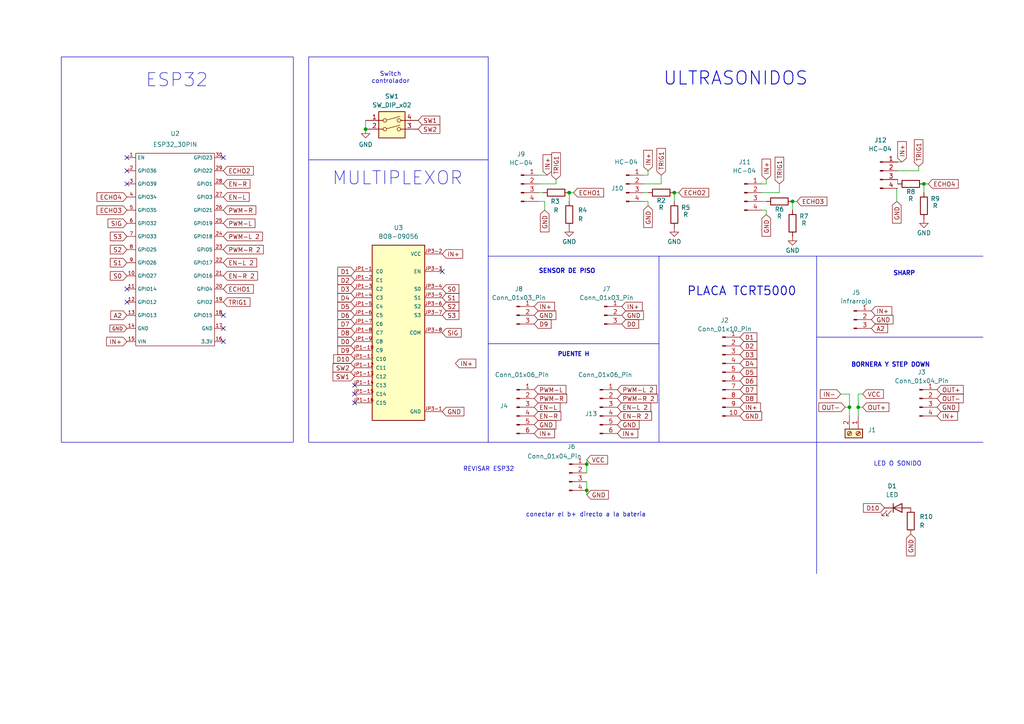
<source format=kicad_sch>
(kicad_sch (version 20250114) (generator "eeschema") (generator_version "9.0")
  (paper "A4")
  (lib_symbols
    (symbol "BOB-09056:BOB-09056" (pin_names (offset 1.016))
      (property "Reference" "U" (at -7.62 25.908 0))
      (property "Value" "BOB-09056" (at -7.62 -27.94 0))
      (symbol "BOB-09056_0_0"
        (rectangle (start -7.62 -25.4) (end 7.62 25.4) (stroke (width 0.254)) (fill (type background)))
        (pin input line (at -12.7 17.78 0) (length 5.08) (name "C0") (number "JP1-1"))
        (pin input line (at -12.7 15.24 0) (length 5.08) (name "C1") (number "JP1-2"))
        (pin input line (at -12.7 12.7 0) (length 5.08) (name "C2") (number "JP1-3"))
        (pin input line (at -12.7 10.16 0) (length 5.08) (name "C3") (number "JP1-4"))
        (pin input line (at -12.7 7.62 0) (length 5.08) (name "C4") (number "JP1-5"))
        (pin input line (at -12.7 5.08 0) (length 5.08) (name "C5") (number "JP1-6"))
        (pin input line (at -12.7 2.54 0) (length 5.08) (name "C6") (number "JP1-7"))
        (pin input line (at -12.7 0 0) (length 5.08) (name "C7") (number "JP1-8"))
        (pin input line (at -12.7 -2.54 0) (length 5.08) (name "C8") (number "JP1-9"))
        (pin input line (at -12.7 -5.08 0) (length 5.08) (name "C9") (number "JP1-10"))
        (pin input line (at -12.7 -7.62 0) (length 5.08) (name "C10") (number "JP1-11"))
        (pin input line (at -12.7 -10.16 0) (length 5.08) (name "C11") (number "JP1-12"))
        (pin input line (at -12.7 -12.7 0) (length 5.08) (name "C12") (number "JP1-13"))
        (pin input line (at -12.7 -15.24 0) (length 5.08) (name "C13") (number "JP1-14"))
        (pin input line (at -12.7 -17.78 0) (length 5.08) (name "C14") (number "JP1-15"))
        (pin input line (at -12.7 -20.32 0) (length 5.08) (name "C15") (number "JP1-16"))
        (pin power_in line (at 12.7 22.86 180) (length 5.08) (name "VCC") (number "JP3-2"))
        (pin input line (at 12.7 17.78 180) (length 5.08) (name "EN") (number "JP3-3"))
        (pin input line (at 12.7 12.7 180) (length 5.08) (name "S0") (number "JP3-4"))
        (pin input line (at 12.7 10.16 180) (length 5.08) (name "S1") (number "JP3-5"))
        (pin input line (at 12.7 7.62 180) (length 5.08) (name "S2") (number "JP3-6"))
        (pin input line (at 12.7 5.08 180) (length 5.08) (name "S3") (number "JP3-7"))
        (pin bidirectional line (at 12.7 0 180) (length 5.08) (name "COM") (number "JP3-8"))
        (pin power_in line (at 12.7 -22.86 180) (length 5.08) (name "GND") (number "JP3-1"))
      )
    )
    (symbol "Connector:Conn_01x03_Pin" (pin_names (offset 1.016) (hide yes))
      (property "Reference" "J" (at 0 5.08 0))
      (property "Value" "Conn_01x03_Pin" (at 0 -5.08 0))
      (symbol "Conn_01x03_Pin_1_1"
        (rectangle (start 0.8636 2.667) (end 0 2.413) (stroke (width 0.1524)) (fill (type outline)))
        (rectangle (start 0.8636 0.127) (end 0 -0.127) (stroke (width 0.1524)) (fill (type outline)))
        (rectangle (start 0.8636 -2.413) (end 0 -2.667) (stroke (width 0.1524)) (fill (type outline)))
        (polyline (pts (xy 1.27 2.54) (xy 0.8636 2.54)) (stroke (width 0.1524)))
        (polyline (pts (xy 1.27 0) (xy 0.8636 0)) (stroke (width 0.1524)))
        (polyline (pts (xy 1.27 -2.54) (xy 0.8636 -2.54)) (stroke (width 0.1524)))
        (pin passive line (at 5.08 2.54 180) (length 3.81) (name "Pin_1") (number "1"))
        (pin passive line (at 5.08 0 180) (length 3.81) (name "Pin_2") (number "2"))
        (pin passive line (at 5.08 -2.54 180) (length 3.81) (name "Pin_3") (number "3"))
      )
    )
    (symbol "Connector:Conn_01x04_Male" (pin_names (offset 1.016) (hide yes))
      (property "Reference" "J" (at 0 5.08 0))
      (property "Value" "Conn_01x04_Male" (at 0 -7.62 0))
      (symbol "Conn_01x04_Male_1_1"
        (rectangle (start 0.8636 2.667) (end 0 2.413) (stroke (width 0.1524)) (fill (type outline)))
        (rectangle (start 0.8636 0.127) (end 0 -0.127) (stroke (width 0.1524)) (fill (type outline)))
        (rectangle (start 0.8636 -2.413) (end 0 -2.667) (stroke (width 0.1524)) (fill (type outline)))
        (rectangle (start 0.8636 -4.953) (end 0 -5.207) (stroke (width 0.1524)) (fill (type outline)))
        (polyline (pts (xy 1.27 2.54) (xy 0.8636 2.54)) (stroke (width 0.1524)))
        (polyline (pts (xy 1.27 0) (xy 0.8636 0)) (stroke (width 0.1524)))
        (polyline (pts (xy 1.27 -2.54) (xy 0.8636 -2.54)) (stroke (width 0.1524)))
        (polyline (pts (xy 1.27 -5.08) (xy 0.8636 -5.08)) (stroke (width 0.1524)))
        (pin passive line (at 5.08 2.54 180) (length 3.81) (name "Pin_1") (number "1"))
        (pin passive line (at 5.08 0 180) (length 3.81) (name "Pin_2") (number "2"))
        (pin passive line (at 5.08 -2.54 180) (length 3.81) (name "Pin_3") (number "3"))
        (pin passive line (at 5.08 -5.08 180) (length 3.81) (name "Pin_4") (number "4"))
      )
    )
    (symbol "Connector:Conn_01x04_Pin" (pin_names (offset 1.016) (hide yes))
      (property "Reference" "J" (at 0 5.08 0))
      (property "Value" "Conn_01x04_Pin" (at 0 -7.62 0))
      (symbol "Conn_01x04_Pin_1_1"
        (rectangle (start 0.8636 2.667) (end 0 2.413) (stroke (width 0.1524)) (fill (type outline)))
        (rectangle (start 0.8636 0.127) (end 0 -0.127) (stroke (width 0.1524)) (fill (type outline)))
        (rectangle (start 0.8636 -2.413) (end 0 -2.667) (stroke (width 0.1524)) (fill (type outline)))
        (rectangle (start 0.8636 -4.953) (end 0 -5.207) (stroke (width 0.1524)) (fill (type outline)))
        (polyline (pts (xy 1.27 2.54) (xy 0.8636 2.54)) (stroke (width 0.1524)))
        (polyline (pts (xy 1.27 0) (xy 0.8636 0)) (stroke (width 0.1524)))
        (polyline (pts (xy 1.27 -2.54) (xy 0.8636 -2.54)) (stroke (width 0.1524)))
        (polyline (pts (xy 1.27 -5.08) (xy 0.8636 -5.08)) (stroke (width 0.1524)))
        (pin passive line (at 5.08 2.54 180) (length 3.81) (name "Pin_1") (number "1"))
        (pin passive line (at 5.08 0 180) (length 3.81) (name "Pin_2") (number "2"))
        (pin passive line (at 5.08 -2.54 180) (length 3.81) (name "Pin_3") (number "3"))
        (pin passive line (at 5.08 -5.08 180) (length 3.81) (name "Pin_4") (number "4"))
      )
    )
    (symbol "Connector:Conn_01x06_Pin" (pin_names (offset 1.016) (hide yes))
      (property "Reference" "J" (at 0 7.62 0))
      (property "Value" "Conn_01x06_Pin" (at 0 -10.16 0))
      (symbol "Conn_01x06_Pin_1_1"
        (rectangle (start 0.8636 5.207) (end 0 4.953) (stroke (width 0.1524)) (fill (type outline)))
        (rectangle (start 0.8636 2.667) (end 0 2.413) (stroke (width 0.1524)) (fill (type outline)))
        (rectangle (start 0.8636 0.127) (end 0 -0.127) (stroke (width 0.1524)) (fill (type outline)))
        (rectangle (start 0.8636 -2.413) (end 0 -2.667) (stroke (width 0.1524)) (fill (type outline)))
        (rectangle (start 0.8636 -4.953) (end 0 -5.207) (stroke (width 0.1524)) (fill (type outline)))
        (rectangle (start 0.8636 -7.493) (end 0 -7.747) (stroke (width 0.1524)) (fill (type outline)))
        (polyline (pts (xy 1.27 5.08) (xy 0.8636 5.08)) (stroke (width 0.1524)))
        (polyline (pts (xy 1.27 2.54) (xy 0.8636 2.54)) (stroke (width 0.1524)))
        (polyline (pts (xy 1.27 0) (xy 0.8636 0)) (stroke (width 0.1524)))
        (polyline (pts (xy 1.27 -2.54) (xy 0.8636 -2.54)) (stroke (width 0.1524)))
        (polyline (pts (xy 1.27 -5.08) (xy 0.8636 -5.08)) (stroke (width 0.1524)))
        (polyline (pts (xy 1.27 -7.62) (xy 0.8636 -7.62)) (stroke (width 0.1524)))
        (pin passive line (at 5.08 5.08 180) (length 3.81) (name "Pin_1") (number "1"))
        (pin passive line (at 5.08 2.54 180) (length 3.81) (name "Pin_2") (number "2"))
        (pin passive line (at 5.08 0 180) (length 3.81) (name "Pin_3") (number "3"))
        (pin passive line (at 5.08 -2.54 180) (length 3.81) (name "Pin_4") (number "4"))
        (pin passive line (at 5.08 -5.08 180) (length 3.81) (name "Pin_5") (number "5"))
        (pin passive line (at 5.08 -7.62 180) (length 3.81) (name "Pin_6") (number "6"))
      )
    )
    (symbol "Connector:Conn_01x10_Pin" (pin_names (offset 1.016) (hide yes))
      (property "Reference" "J" (at 0 12.7 0))
      (property "Value" "Conn_01x10_Pin" (at 0 -15.24 0))
      (symbol "Conn_01x10_Pin_1_1"
        (rectangle (start 0.8636 10.287) (end 0 10.033) (stroke (width 0.1524)) (fill (type outline)))
        (rectangle (start 0.8636 7.747) (end 0 7.493) (stroke (width 0.1524)) (fill (type outline)))
        (rectangle (start 0.8636 5.207) (end 0 4.953) (stroke (width 0.1524)) (fill (type outline)))
        (rectangle (start 0.8636 2.667) (end 0 2.413) (stroke (width 0.1524)) (fill (type outline)))
        (rectangle (start 0.8636 0.127) (end 0 -0.127) (stroke (width 0.1524)) (fill (type outline)))
        (rectangle (start 0.8636 -2.413) (end 0 -2.667) (stroke (width 0.1524)) (fill (type outline)))
        (rectangle (start 0.8636 -4.953) (end 0 -5.207) (stroke (width 0.1524)) (fill (type outline)))
        (rectangle (start 0.8636 -7.493) (end 0 -7.747) (stroke (width 0.1524)) (fill (type outline)))
        (rectangle (start 0.8636 -10.033) (end 0 -10.287) (stroke (width 0.1524)) (fill (type outline)))
        (rectangle (start 0.8636 -12.573) (end 0 -12.827) (stroke (width 0.1524)) (fill (type outline)))
        (polyline (pts (xy 1.27 10.16) (xy 0.8636 10.16)) (stroke (width 0.1524)))
        (polyline (pts (xy 1.27 7.62) (xy 0.8636 7.62)) (stroke (width 0.1524)))
        (polyline (pts (xy 1.27 5.08) (xy 0.8636 5.08)) (stroke (width 0.1524)))
        (polyline (pts (xy 1.27 2.54) (xy 0.8636 2.54)) (stroke (width 0.1524)))
        (polyline (pts (xy 1.27 0) (xy 0.8636 0)) (stroke (width 0.1524)))
        (polyline (pts (xy 1.27 -2.54) (xy 0.8636 -2.54)) (stroke (width 0.1524)))
        (polyline (pts (xy 1.27 -5.08) (xy 0.8636 -5.08)) (stroke (width 0.1524)))
        (polyline (pts (xy 1.27 -7.62) (xy 0.8636 -7.62)) (stroke (width 0.1524)))
        (polyline (pts (xy 1.27 -10.16) (xy 0.8636 -10.16)) (stroke (width 0.1524)))
        (polyline (pts (xy 1.27 -12.7) (xy 0.8636 -12.7)) (stroke (width 0.1524)))
        (pin passive line (at 5.08 10.16 180) (length 3.81) (name "Pin_1") (number "1"))
        (pin passive line (at 5.08 7.62 180) (length 3.81) (name "Pin_2") (number "2"))
        (pin passive line (at 5.08 5.08 180) (length 3.81) (name "Pin_3") (number "3"))
        (pin passive line (at 5.08 2.54 180) (length 3.81) (name "Pin_4") (number "4"))
        (pin passive line (at 5.08 0 180) (length 3.81) (name "Pin_5") (number "5"))
        (pin passive line (at 5.08 -2.54 180) (length 3.81) (name "Pin_6") (number "6"))
        (pin passive line (at 5.08 -5.08 180) (length 3.81) (name "Pin_7") (number "7"))
        (pin passive line (at 5.08 -7.62 180) (length 3.81) (name "Pin_8") (number "8"))
        (pin passive line (at 5.08 -10.16 180) (length 3.81) (name "Pin_9") (number "9"))
        (pin passive line (at 5.08 -12.7 180) (length 3.81) (name "Pin_10") (number "10"))
      )
    )
    (symbol "Connector:Screw_Terminal_01x02" (pin_names (offset 1.016) (hide yes))
      (property "Reference" "J" (at 0 2.54 0))
      (property "Value" "Screw_Terminal_01x02" (at 0 -5.08 0))
      (symbol "Screw_Terminal_01x02_1_1"
        (rectangle (start -1.27 1.27) (end 1.27 -3.81) (stroke (width 0.254)) (fill (type background)))
        (polyline (pts (xy -0.5334 0.3302) (xy 0.3302 -0.508)) (stroke (width 0.1524)))
        (polyline (pts (xy -0.5334 -2.2098) (xy 0.3302 -3.048)) (stroke (width 0.1524)))
        (polyline (pts (xy -0.3556 0.508) (xy 0.508 -0.3302)) (stroke (width 0.1524)))
        (polyline (pts (xy -0.3556 -2.032) (xy 0.508 -2.8702)) (stroke (width 0.1524)))
        (circle (center 0 0) (radius 0.635) (stroke (width 0.1524)))
        (circle (center 0 -2.54) (radius 0.635) (stroke (width 0.1524)))
        (pin passive line (at -5.08 0 0) (length 3.81) (name "Pin_1") (number "1"))
        (pin passive line (at -5.08 -2.54 0) (length 3.81) (name "Pin_2") (number "2"))
      )
    )
    (symbol "Device:LED" (pin_numbers (hide yes)) (pin_names (offset 1.016) (hide yes))
      (property "Reference" "D" (at 0 2.54 0))
      (property "Value" "LED" (at 0 -2.54 0))
      (symbol "LED_0_1"
        (polyline (pts (xy -3.048 -0.762) (xy -4.572 -2.286) (xy -3.81 -2.286) (xy -4.572 -2.286) (xy -4.572 -1.524)))
        (polyline (pts (xy -1.778 -0.762) (xy -3.302 -2.286) (xy -2.54 -2.286) (xy -3.302 -2.286) (xy -3.302 -1.524)))
        (polyline (pts (xy -1.27 0) (xy 1.27 0)))
        (polyline (pts (xy -1.27 -1.27) (xy -1.27 1.27)) (stroke (width 0.254)))
        (polyline (pts (xy 1.27 -1.27) (xy 1.27 1.27) (xy -1.27 0) (xy 1.27 -1.27)) (stroke (width 0.254)))
      )
      (symbol "LED_1_1"
        (pin passive line (at -3.81 0 0) (length 2.54) (name "K") (number "1"))
        (pin passive line (at 3.81 0 180) (length 2.54) (name "A") (number "2"))
      )
    )
    (symbol "Device:R" (pin_numbers (hide yes)) (pin_names (offset 0))
      (property "Reference" "R" (at 2.032 0 90))
      (property "Value" "R" (at 0 0 90))
      (symbol "R_0_1"
        (rectangle (start -1.016 -2.54) (end 1.016 2.54) (stroke (width 0.254)))
      )
      (symbol "R_1_1"
        (pin passive line (at 0 3.81 270) (length 1.27) (name "~") (number "1"))
        (pin passive line (at 0 -3.81 90) (length 1.27) (name "~") (number "2"))
      )
    )
    (symbol "GND_1" (power) (pin_names (offset 0))
      (property "Value" "GND_1" (at 0 -3.81 0))
      (symbol "GND_1_0_1"
        (polyline (pts (xy 0 0) (xy 0 -1.27) (xy 1.27 -1.27) (xy 0 -2.54) (xy -1.27 -1.27) (xy 0 -1.27)))
      )
      (symbol "GND_1_1_1"
        (pin power_in line (at 0 0 270) (length 0) (hide yes) (name "GND") (number "1"))
      )
    )
    (symbol "Switch:SW_DIP_x02" (pin_names (offset 0) (hide yes))
      (property "Reference" "SW" (at 0 6.35 0))
      (property "Value" "SW_DIP_x02" (at 0 -3.81 0))
      (symbol "SW_DIP_x02_0_0"
        (circle (center -2.032 2.54) (radius 0.508))
        (circle (center -2.032 0) (radius 0.508))
        (polyline (pts (xy -1.524 2.667) (xy 2.3622 3.7084)))
        (polyline (pts (xy -1.524 0.127) (xy 2.3622 1.1684)))
        (circle (center 2.032 2.54) (radius 0.508))
        (circle (center 2.032 0) (radius 0.508))
      )
      (symbol "SW_DIP_x02_0_1"
        (rectangle (start -3.81 5.08) (end 3.81 -2.54) (stroke (width 0.254)) (fill (type background)))
      )
      (symbol "SW_DIP_x02_1_1"
        (pin passive line (at -7.62 2.54 0) (length 5.08) (name "~") (number "1"))
        (pin passive line (at -7.62 0 0) (length 5.08) (name "~") (number "2"))
        (pin passive line (at 7.62 2.54 180) (length 5.08) (name "~") (number "4"))
        (pin passive line (at 7.62 0 180) (length 5.08) (name "~") (number "3"))
      )
    )
    (symbol "power:GND" (power) (pin_numbers (hide yes)) (pin_names (offset 0) (hide yes))
      (property "Value" "GND" (at 0 -3.81 0))
      (symbol "GND_0_1"
        (polyline (pts (xy 0 0) (xy 0 -1.27) (xy 1.27 -1.27) (xy 0 -2.54) (xy -1.27 -1.27) (xy 0 -1.27)))
      )
      (symbol "GND_1_1"
        (pin power_in line (at 0 0 270) (length 0) (name "~") (number "1"))
      )
    )
    (symbol "urtado dos porque me lo borraron:ESP32_30PIN"
      (property "Reference" "U2" (at -0.254 35.052 0))
      (property "Value" "ESP32_30PIN" (at 0 32.004 0))
      (symbol "ESP32_30PIN_0_1"
        (rectangle (start -11.43 26.67) (end 11.43 -29.21))
      )
      (symbol "ESP32_30PIN_1_1"
        (pin bidirectional line (at -13.97 25.4 0) (length 2.54) (name "EN") (number "1"))
        (pin bidirectional line (at -13.97 21.59 0) (length 2.54) (name "GPIO36") (number "2"))
        (pin bidirectional line (at -13.97 17.78 0) (length 2.54) (name "GPIO39") (number "3"))
        (pin bidirectional line (at -13.97 13.97 0) (length 2.54) (name "GPIO34") (number "4"))
        (pin bidirectional line (at -13.97 10.16 0) (length 2.54) (name "GPIO35") (number "5"))
        (pin bidirectional line (at -13.97 6.35 0) (length 2.54) (name "GPIO32") (number "6"))
        (pin bidirectional line (at -13.97 2.54 0) (length 2.54) (name "GPIO33") (number "7"))
        (pin bidirectional line (at -13.97 -1.27 0) (length 2.54) (name "GPIO25") (number "8"))
        (pin bidirectional line (at -13.97 -5.08 0) (length 2.54) (name "GPIO26") (number "9"))
        (pin bidirectional line (at -13.97 -8.89 0) (length 2.54) (name "GPIO27") (number "10"))
        (pin bidirectional line (at -13.97 -12.7 0) (length 2.54) (name "GPIO14") (number "11"))
        (pin bidirectional line (at -13.97 -16.51 0) (length 2.54) (name "GPIO12") (number "12"))
        (pin bidirectional line (at -13.97 -20.32 0) (length 2.54) (name "GPIO13") (number "13"))
        (pin bidirectional line (at -13.97 -24.13 0) (length 2.54) (name "GND") (number "14"))
        (pin bidirectional line (at -13.97 -27.94 0) (length 2.54) (name "VIN") (number "15"))
        (pin bidirectional line (at 13.97 25.4 180) (length 2.54) (name "GPIO23") (number "30"))
        (pin bidirectional line (at 13.97 21.59 180) (length 2.54) (name "GPIO22") (number "29"))
        (pin bidirectional line (at 13.97 17.78 180) (length 2.54) (name "GPIO1") (number "28"))
        (pin bidirectional line (at 13.97 13.97 180) (length 2.54) (name "GPIO3") (number "27"))
        (pin bidirectional line (at 13.97 10.16 180) (length 2.54) (name "GPIO21") (number "26"))
        (pin bidirectional line (at 13.97 6.35 180) (length 2.54) (name "GPIO19") (number "25"))
        (pin bidirectional line (at 13.97 2.54 180) (length 2.54) (name "GPIO18") (number "24"))
        (pin bidirectional line (at 13.97 -1.27 180) (length 2.54) (name "GPIO5") (number "23"))
        (pin bidirectional line (at 13.97 -5.08 180) (length 2.54) (name "GPIO17") (number "22"))
        (pin bidirectional line (at 13.97 -8.89 180) (length 2.54) (name "GPIO16") (number "21"))
        (pin bidirectional line (at 13.97 -12.7 180) (length 2.54) (name "GPIO4") (number "20"))
        (pin bidirectional line (at 13.97 -16.51 180) (length 2.54) (name "GPIO2") (number "19"))
        (pin bidirectional line (at 13.97 -20.32 180) (length 2.54) (name "GPIO15") (number "18"))
        (pin bidirectional line (at 13.97 -24.13 180) (length 2.54) (name "GND") (number "17"))
        (pin bidirectional line (at 13.97 -27.94 180) (length 2.54) (name "3.3V") (number "16"))
      )
    )
  )
  (rectangle (start 89.535 46.355) (end 141.605 128.27))
  (rectangle (start 17.78 16.51) (end 85.09 128.27))
  (text "LED O SONIDO\n" (at 260.35 134.62 0) (effects (font (size 1.27 1.27))))
  (text "SHARP" (at 262.255 79.375 0) (effects (font (size 1.27 1.27) (thickness 0.254) (bold yes))))
  (text "PUENTE H" (at 166.37 102.87 0) (effects (font (size 1.21 1.21) (thickness 0.254) (bold yes))))
  (text "PLACA TCRT5000" (at 215.138 84.582 0) (effects (font (size 2.5 2.5) (thickness 0.254) (bold yes))))
  (text "REVISAR ESP32\n" (at 141.732 136.144 0) (effects (font (size 1.27 1.27))))
  (text "ULTRASONIDOS\n" (at 213.36 22.86 0) (effects (font (size 3.81 3.81) (thickness 0.254) (bold yes))))
  (text "Switch\ncontrolador\n" (at 113.284 22.606 0) (effects (font (size 1.27 1.27))))
  (text "SENSOR DE PISO\n" (at 164.465 78.74 0) (effects (font (size 1.27 1.27) (thickness 0.254) (bold yes))))
  (text "conectar el b+ directo a la bateria\n" (at 169.926 149.352 0) (effects (font (size 1.27 1.27))))
  (text "ESP32" (at 51.308 23.368 0) (effects (font (size 3.81 3.81))))
  (text "BORNERA Y STEP DOWN\n\n" (at 258.318 106.934 0) (effects (font (size 1.27 1.27) (thickness 0.254) (bold yes))))
  (text "MULTIPLEXOR\n" (at 115.316 51.816 0) (effects (font (size 3.81 3.81))))
  (junction (at 248.92 118.11))
  (junction (at 229.87 58.42))
  (junction (at 246.38 118.11))
  (junction (at 170.18 134.62))
  (junction (at 267.97 53.34))
  (junction (at 170.18 142.24))
  (junction (at 195.58 55.88))
  (junction (at 106.045 37.465))
  (junction (at 165.1 55.88))
  (no_connect (at 102.87 114.3))
  (no_connect (at 36.83 53.34))
  (no_connect (at 64.77 91.44))
  (no_connect (at 102.87 111.76))
  (no_connect (at 64.77 45.72))
  (no_connect (at 64.77 99.06))
  (no_connect (at 128.27 78.74))
  (no_connect (at 36.83 45.72))
  (no_connect (at 36.83 49.53))
  (no_connect (at 64.77 95.25))
  (no_connect (at 102.87 116.84))
  (no_connect (at 36.83 83.82))
  (no_connect (at 36.83 87.63))
  (polyline (pts (xy 141.605 46.355) (xy 141.605 16.51)))
  (wire (pts (xy 195.58 55.88) (xy 195.58 58.42)))
  (wire (pts (xy 266.446 49.53) (xy 260.35 49.53)))
  (wire (pts (xy 220.98 53.34) (xy 222.25 53.34)))
  (wire (pts (xy 191.77 53.34) (xy 186.69 53.34)))
  (wire (pts (xy 222.25 58.42) (xy 220.98 58.42)))
  (wire (pts (xy 157.48 55.88) (xy 156.21 55.88)))
  (wire (pts (xy 186.69 50.8) (xy 187.96 50.8)))
  (wire (pts (xy 222.25 60.96) (xy 222.25 62.23)))
  (wire (pts (xy 260.35 54.61) (xy 260.096 54.61)))
  (wire (pts (xy 170.18 142.24) (xy 170.18 143.51)))
  (wire (pts (xy 248.92 114.3) (xy 250.19 114.3)))
  (wire (pts (xy 170.18 139.7) (xy 170.18 142.24)))
  (wire (pts (xy 260.096 54.61) (xy 260.096 58.42)))
  (wire (pts (xy 229.87 58.42) (xy 229.87 60.96)))
  (wire (pts (xy 220.98 60.96) (xy 222.25 60.96)))
  (polyline (pts (xy 141.605 16.51) (xy 89.535 16.51)))
  (wire (pts (xy 246.38 114.3) (xy 243.84 114.3)))
  (wire (pts (xy 170.18 134.62) (xy 170.18 137.16)))
  (wire (pts (xy 170.18 133.35) (xy 170.18 134.62)))
  (wire (pts (xy 222.25 53.34) (xy 222.25 52.07)))
  (polyline (pts (xy 236.855 128.27) (xy 285.115 128.27)))
  (wire (pts (xy 246.38 118.11) (xy 246.38 114.3)))
  (wire (pts (xy 226.06 53.34) (xy 226.06 55.88)))
  (wire (pts (xy 245.11 118.11) (xy 246.38 118.11)))
  (polyline (pts (xy 236.855 74.295) (xy 236.855 128.27)))
  (wire (pts (xy 165.1 55.88) (xy 165.1 58.42)))
  (wire (pts (xy 156.21 58.42) (xy 157.988 58.42)))
  (polyline (pts (xy 236.855 97.79) (xy 285.115 97.79)))
  (wire (pts (xy 106.045 34.925) (xy 106.045 37.465)))
  (wire (pts (xy 191.77 50.8) (xy 191.77 53.34)))
  (wire (pts (xy 269.24 53.34) (xy 267.97 53.34)))
  (wire (pts (xy 187.96 50.8) (xy 187.96 49.53)))
  (wire (pts (xy 157.988 60.96) (xy 157.988 58.42)))
  (polyline (pts (xy 141.605 99.695) (xy 191.135 99.695)))
  (wire (pts (xy 248.92 118.11) (xy 248.92 114.3)))
  (wire (pts (xy 187.96 58.42) (xy 187.96 59.69)))
  (polyline (pts (xy 141.605 74.295) (xy 191.135 74.295)))
  (wire (pts (xy 248.92 120.65) (xy 248.92 118.11)))
  (wire (pts (xy 186.69 58.42) (xy 187.96 58.42)))
  (wire (pts (xy 187.96 55.88) (xy 186.69 55.88)))
  (polyline (pts (xy 141.605 128.27) (xy 191.135 128.27)))
  (polyline (pts (xy 236.855 128.27) (xy 236.855 166.37)))
  (wire (pts (xy 246.38 120.65) (xy 246.38 118.11)))
  (wire (pts (xy 196.85 55.88) (xy 195.58 55.88)))
  (wire (pts (xy 161.29 53.34) (xy 156.21 53.34)))
  (polyline (pts (xy 191.135 128.27) (xy 236.855 128.27)))
  (polyline (pts (xy 191.135 99.695) (xy 191.135 128.27)))
  (wire (pts (xy 267.97 53.34) (xy 267.97 55.88)))
  (polyline (pts (xy 191.135 74.295) (xy 285.115 74.295)))
  (wire (pts (xy 156.21 50.8) (xy 158.75 50.8)))
  (wire (pts (xy 260.35 46.99) (xy 261.62 46.99)))
  (wire (pts (xy 266.446 49.53) (xy 266.446 48.26)))
  (wire (pts (xy 260.35 53.34) (xy 260.35 52.07)))
  (polyline (pts (xy 191.135 99.695) (xy 191.135 74.295)))
  (wire (pts (xy 226.06 55.88) (xy 220.98 55.88)))
  (polyline (pts (xy 89.535 16.51) (xy 89.535 46.355)))
  (wire (pts (xy 231.14 58.42) (xy 229.87 58.42)))
  (wire (pts (xy 166.37 55.88) (xy 165.1 55.88)))
  (wire (pts (xy 161.29 52.07) (xy 161.29 53.34)))
  (wire (pts (xy 250.19 118.11) (xy 248.92 118.11)))
  (global_label "IN+" (shape input) (at 180.34 88.9 0) (property "Intersheetrefs" "${INTERSHEET_REFS}" (effects (hide yes))))
  (global_label "D1" (shape input) (at 102.87 78.74 180) (property "Intersheetrefs" "${INTERSHEET_REFS}" (effects (hide yes))))
  (global_label "S1" (shape input) (at 128.27 86.36 0) (property "Intersheetrefs" "${INTERSHEET_REFS}" (effects (hide yes))))
  (global_label "D5" (shape input) (at 214.63 107.95 0) (property "Intersheetrefs" "${INTERSHEET_REFS}" (effects (hide yes))))
  (global_label "S0" (shape input) (at 36.83 80.01 180) (property "Intersheetrefs" "${INTERSHEET_REFS}" (effects (hide yes))))
  (global_label "SW1" (shape input) (at 121.285 34.925 0) (property "Intersheetrefs" "${INTERSHEET_REFS}" (effects (hide yes))))
  (global_label "IN+" (shape input) (at 222.25 52.07 90) (property "Intersheetrefs" "${INTERSHEET_REFS}" (effects (hide yes))))
  (global_label "VCC" (shape input) (at 250.19 114.3 0) (property "Intersheetrefs" "${INTERSHEET_REFS}" (effects (hide yes))))
  (global_label "IN+" (shape input) (at 36.83 99.06 180) (property "Intersheetrefs" "${INTERSHEET_REFS}" (effects (hide yes))))
  (global_label "D2" (shape input) (at 102.87 81.28 180) (property "Intersheetrefs" "${INTERSHEET_REFS}" (effects (hide yes))))
  (global_label "IN+" (shape input) (at 132.08 105.41 0) (property "Intersheetrefs" "${INTERSHEET_REFS}" (effects (hide yes))))
  (global_label "SW2" (shape input) (at 102.87 106.68 180) (property "Intersheetrefs" "${INTERSHEET_REFS}" (effects (hide yes))))
  (global_label "GND" (shape input) (at 179.07 123.19 0) (property "Intersheetrefs" "${INTERSHEET_REFS}" (effects (hide yes))))
  (global_label "D6" (shape input) (at 214.63 110.49 0) (property "Intersheetrefs" "${INTERSHEET_REFS}" (effects (hide yes))))
  (global_label "S3" (shape input) (at 36.83 68.58 180) (property "Intersheetrefs" "${INTERSHEET_REFS}" (effects (hide yes))))
  (global_label "D8" (shape input) (at 102.87 96.52 180) (property "Intersheetrefs" "${INTERSHEET_REFS}" (effects (hide yes))))
  (global_label "OUT-" (shape input) (at 245.11 118.11 180) (property "Intersheetrefs" "${INTERSHEET_REFS}" (effects (hide yes))))
  (global_label "GND" (shape input) (at 157.988 60.96 270) (property "Intersheetrefs" "${INTERSHEET_REFS}" (effects (hide yes))))
  (global_label "ECHO2" (shape input) (at 196.85 55.88 0) (property "Intersheetrefs" "${INTERSHEET_REFS}" (effects (hide yes))))
  (global_label "OUT-" (shape input) (at 271.78 115.57 0) (property "Intersheetrefs" "${INTERSHEET_REFS}" (effects (hide yes))))
  (global_label "D8" (shape input) (at 214.63 115.57 0) (property "Intersheetrefs" "${INTERSHEET_REFS}" (effects (hide yes))))
  (global_label "A2" (shape input) (at 252.73 95.25 0) (property "Intersheetrefs" "${INTERSHEET_REFS}" (effects (hide yes))))
  (global_label "D9" (shape input) (at 102.87 101.6 180) (property "Intersheetrefs" "${INTERSHEET_REFS}" (effects (hide yes))))
  (global_label "IN+" (shape input) (at 128.27 73.66 0) (property "Intersheetrefs" "${INTERSHEET_REFS}" (effects (hide yes))))
  (global_label "GND" (shape input) (at 260.096 58.42 270) (property "Intersheetrefs" "${INTERSHEET_REFS}" (effects (hide yes))))
  (global_label "S0" (shape input) (at 128.27 83.82 0) (property "Intersheetrefs" "${INTERSHEET_REFS}" (effects (hide yes))))
  (global_label "ECHO1" (shape input) (at 166.37 55.88 0) (property "Intersheetrefs" "${INTERSHEET_REFS}" (effects (hide yes))))
  (global_label "GND" (shape input) (at 36.83 95.25 180) (effects (font (size 1 1))) (property "Intersheetrefs" "${INTERSHEET_REFS}" (effects (hide yes))))
  (global_label "IN+" (shape input) (at 214.63 118.11 0) (property "Intersheetrefs" "${INTERSHEET_REFS}" (effects (hide yes))))
  (global_label "OUT+" (shape input) (at 271.78 113.03 0) (property "Intersheetrefs" "${INTERSHEET_REFS}" (effects (hide yes))))
  (global_label "GND" (shape input) (at 252.73 92.71 0) (property "Intersheetrefs" "${INTERSHEET_REFS}" (effects (hide yes))))
  (global_label "PWM-R 2" (shape input) (at 64.77 72.39 0) (property "Intersheetrefs" "${INTERSHEET_REFS}" (effects (hide yes))))
  (global_label "OUT+" (shape input) (at 250.19 118.11 0) (property "Intersheetrefs" "${INTERSHEET_REFS}" (effects (hide yes))))
  (global_label "GND" (shape input) (at 264.16 154.94 270) (property "Intersheetrefs" "${INTERSHEET_REFS}" (effects (hide yes))))
  (global_label "EN-L 2" (shape input) (at 64.77 76.2 0) (property "Intersheetrefs" "${INTERSHEET_REFS}" (effects (hide yes))))
  (global_label "EN-R" (shape input) (at 154.94 120.65 0) (property "Intersheetrefs" "${INTERSHEET_REFS}" (effects (hide yes))))
  (global_label "TRIG1" (shape input) (at 266.446 48.26 90) (property "Intersheetrefs" "${INTERSHEET_REFS}" (effects (hide yes))))
  (global_label "GND" (shape input) (at 222.25 62.23 270) (property "Intersheetrefs" "${INTERSHEET_REFS}" (effects (hide yes))))
  (global_label "EN-L" (shape input) (at 64.77 57.15 0) (property "Intersheetrefs" "${INTERSHEET_REFS}" (effects (hide yes))))
  (global_label "IN+" (shape input) (at 179.07 125.73 0) (property "Intersheetrefs" "${INTERSHEET_REFS}" (effects (hide yes))))
  (global_label "ECHO4" (shape input) (at 36.83 57.15 180) (property "Intersheetrefs" "${INTERSHEET_REFS}" (effects (hide yes))))
  (global_label "D10" (shape input) (at 256.54 147.32 180) (property "Intersheetrefs" "${INTERSHEET_REFS}" (effects (hide yes))))
  (global_label "SW1" (shape input) (at 102.87 109.22 180) (property "Intersheetrefs" "${INTERSHEET_REFS}" (effects (hide yes))))
  (global_label "D10" (shape input) (at 102.87 104.14 180) (property "Intersheetrefs" "${INTERSHEET_REFS}" (effects (hide yes))))
  (global_label "ECHO3" (shape input) (at 231.14 58.42 0) (property "Intersheetrefs" "${INTERSHEET_REFS}" (effects (hide yes))))
  (global_label "IN+" (shape input) (at 187.96 49.53 90) (property "Intersheetrefs" "${INTERSHEET_REFS}" (effects (hide yes))))
  (global_label "TRIG1" (shape input) (at 64.77 87.63 0) (property "Intersheetrefs" "${INTERSHEET_REFS}" (effects (hide yes))))
  (global_label "S2" (shape input) (at 128.27 88.9 0) (property "Intersheetrefs" "${INTERSHEET_REFS}" (effects (hide yes))))
  (global_label "PWM-L" (shape input) (at 64.77 64.77 0) (property "Intersheetrefs" "${INTERSHEET_REFS}" (effects (hide yes))))
  (global_label "PWM-R" (shape input) (at 154.94 115.57 0) (property "Intersheetrefs" "${INTERSHEET_REFS}" (effects (hide yes))))
  (global_label "D5" (shape input) (at 102.87 88.9 180) (property "Intersheetrefs" "${INTERSHEET_REFS}" (effects (hide yes))))
  (global_label "IN-" (shape input) (at 243.84 114.3 180) (property "Intersheetrefs" "${INTERSHEET_REFS}" (effects (hide yes))))
  (global_label "S2" (shape input) (at 36.83 72.39 180) (property "Intersheetrefs" "${INTERSHEET_REFS}" (effects (hide yes))))
  (global_label "ECHO1" (shape input) (at 64.77 83.82 0) (property "Intersheetrefs" "${INTERSHEET_REFS}" (effects (hide yes))))
  (global_label "EN-R 2" (shape input) (at 179.07 120.65 0) (property "Intersheetrefs" "${INTERSHEET_REFS}" (effects (hide yes))))
  (global_label "D9" (shape input) (at 154.94 93.98 0) (property "Intersheetrefs" "${INTERSHEET_REFS}" (effects (hide yes))))
  (global_label "GND" (shape input) (at 128.27 119.38 0) (property "Intersheetrefs" "${INTERSHEET_REFS}" (effects (hide yes))))
  (global_label "IN+" (shape input) (at 271.78 120.65 0) (property "Intersheetrefs" "${INTERSHEET_REFS}" (effects (hide yes))))
  (global_label "ECHO4" (shape input) (at 269.24 53.34 0) (property "Intersheetrefs" "${INTERSHEET_REFS}" (effects (hide yes))))
  (global_label "TRIG1" (shape input) (at 226.06 53.34 90) (property "Intersheetrefs" "${INTERSHEET_REFS}" (effects (hide yes))))
  (global_label "IN+" (shape input) (at 261.62 46.99 90) (property "Intersheetrefs" "${INTERSHEET_REFS}" (effects (hide yes))))
  (global_label "PWM-L 2" (shape input) (at 64.77 68.58 0) (property "Intersheetrefs" "${INTERSHEET_REFS}" (effects (hide yes))))
  (global_label "GND" (shape input) (at 154.94 91.44 0) (property "Intersheetrefs" "${INTERSHEET_REFS}" (effects (hide yes))))
  (global_label "PWM-R" (shape input) (at 64.77 60.96 0) (property "Intersheetrefs" "${INTERSHEET_REFS}" (effects (hide yes))))
  (global_label "GND" (shape input) (at 154.94 123.19 0) (property "Intersheetrefs" "${INTERSHEET_REFS}" (effects (hide yes))))
  (global_label "GND" (shape input) (at 187.96 59.69 270) (property "Intersheetrefs" "${INTERSHEET_REFS}" (effects (hide yes))))
  (global_label "D1" (shape input) (at 214.63 97.79 0) (property "Intersheetrefs" "${INTERSHEET_REFS}" (effects (hide yes))))
  (global_label "IN+" (shape input) (at 154.94 88.9 0) (property "Intersheetrefs" "${INTERSHEET_REFS}" (effects (hide yes))))
  (global_label "IN+" (shape input) (at 154.94 125.73 0) (property "Intersheetrefs" "${INTERSHEET_REFS}" (effects (hide yes))))
  (global_label "IN+" (shape input) (at 158.75 50.8 90) (property "Intersheetrefs" "${INTERSHEET_REFS}" (effects (hide yes))))
  (global_label "PWM-L 2" (shape input) (at 179.07 113.03 0) (property "Intersheetrefs" "${INTERSHEET_REFS}" (effects (hide yes))))
  (global_label "D2" (shape input) (at 214.63 100.33 0) (property "Intersheetrefs" "${INTERSHEET_REFS}" (effects (hide yes))))
  (global_label "D3" (shape input) (at 214.63 102.87 0) (property "Intersheetrefs" "${INTERSHEET_REFS}" (effects (hide yes))))
  (global_label "D3" (shape input) (at 102.87 83.82 180) (property "Intersheetrefs" "${INTERSHEET_REFS}" (effects (hide yes))))
  (global_label "EN-R" (shape input) (at 64.77 53.34 0) (property "Intersheetrefs" "${INTERSHEET_REFS}" (effects (hide yes))))
  (global_label "S3" (shape input) (at 128.27 91.44 0) (property "Intersheetrefs" "${INTERSHEET_REFS}" (effects (hide yes))))
  (global_label "D7" (shape input) (at 214.63 113.03 0) (property "Intersheetrefs" "${INTERSHEET_REFS}" (effects (hide yes))))
  (global_label "PWM-L" (shape input) (at 154.94 113.03 0) (property "Intersheetrefs" "${INTERSHEET_REFS}" (effects (hide yes))))
  (global_label "D6" (shape input) (at 102.87 91.44 180) (property "Intersheetrefs" "${INTERSHEET_REFS}" (effects (hide yes))))
  (global_label "IN+" (shape input) (at 252.73 90.17 0) (property "Intersheetrefs" "${INTERSHEET_REFS}" (effects (hide yes))))
  (global_label "GND" (shape input) (at 214.63 120.65 0) (property "Intersheetrefs" "${INTERSHEET_REFS}" (effects (hide yes))))
  (global_label "EN-R 2" (shape input) (at 64.77 80.01 0) (property "Intersheetrefs" "${INTERSHEET_REFS}" (effects (hide yes))))
  (global_label "ECHO3" (shape input) (at 36.83 60.96 180) (property "Intersheetrefs" "${INTERSHEET_REFS}" (effects (hide yes))))
  (global_label "SIG" (shape input) (at 128.27 96.52 0) (property "Intersheetrefs" "${INTERSHEET_REFS}" (effects (hide yes))))
  (global_label "A2" (shape input) (at 36.83 91.44 180) (property "Intersheetrefs" "${INTERSHEET_REFS}" (effects (hide yes))))
  (global_label "D0" (shape input) (at 102.87 99.06 180) (property "Intersheetrefs" "${INTERSHEET_REFS}" (effects (hide yes))))
  (global_label "D0" (shape input) (at 180.34 93.98 0) (property "Intersheetrefs" "${INTERSHEET_REFS}" (effects (hide yes))))
  (global_label "ECHO2" (shape input) (at 64.77 49.53 0) (property "Intersheetrefs" "${INTERSHEET_REFS}" (effects (hide yes))))
  (global_label "EN-L 2" (shape input) (at 179.07 118.11 0) (property "Intersheetrefs" "${INTERSHEET_REFS}" (effects (hide yes))))
  (global_label "D4" (shape input) (at 102.87 86.36 180) (property "Intersheetrefs" "${INTERSHEET_REFS}" (effects (hide yes))))
  (global_label "SIG" (shape input) (at 36.83 64.77 180) (property "Intersheetrefs" "${INTERSHEET_REFS}" (effects (hide yes))))
  (global_label "GND" (shape input) (at 170.18 143.51 0) (property "Intersheetrefs" "${INTERSHEET_REFS}" (effects (hide yes))))
  (global_label "TRIG1" (shape input) (at 161.29 52.07 90) (property "Intersheetrefs" "${INTERSHEET_REFS}" (effects (hide yes))))
  (global_label "GND" (shape input) (at 180.34 91.44 0) (property "Intersheetrefs" "${INTERSHEET_REFS}" (effects (hide yes))))
  (global_label "EN-L" (shape input) (at 154.94 118.11 0) (property "Intersheetrefs" "${INTERSHEET_REFS}" (effects (hide yes))))
  (global_label "PWM-R 2" (shape input) (at 179.07 115.57 0) (property "Intersheetrefs" "${INTERSHEET_REFS}" (effects (hide yes))))
  (global_label "TRIG1" (shape input) (at 191.77 50.8 90) (property "Intersheetrefs" "${INTERSHEET_REFS}" (effects (hide yes))))
  (global_label "VCC" (shape input) (at 170.18 133.35 0) (property "Intersheetrefs" "${INTERSHEET_REFS}" (effects (hide yes))))
  (global_label "S1" (shape input) (at 36.83 76.2 180) (property "Intersheetrefs" "${INTERSHEET_REFS}" (effects (hide yes))))
  (global_label "SW2" (shape input) (at 121.285 37.465 0) (property "Intersheetrefs" "${INTERSHEET_REFS}" (effects (hide yes))))
  (global_label "D4" (shape input) (at 214.63 105.41 0) (property "Intersheetrefs" "${INTERSHEET_REFS}" (effects (hide yes))))
  (global_label "GND" (shape input) (at 271.78 118.11 0) (property "Intersheetrefs" "${INTERSHEET_REFS}" (effects (hide yes))))
  (global_label "D7" (shape input) (at 102.87 93.98 180) (property "Intersheetrefs" "${INTERSHEET_REFS}" (effects (hide yes))))
  (symbol (lib_id "Connector:Screw_Terminal_01x02") (at 248.92 125.73 270) (unit 1)
    (property "Reference" "J1" (at 251.714 124.714 90) (effects (justify left)))
    (property "Value" "Screw_Terminal_01x02" (effects (hide yes)))
    (property "Footprint" "TerminalBlock_MetzConnect:TerminalBlock_MetzConnect_Type055_RT01502HDWU_1x02_P5.00mm_Horizontal" (effects (hide yes)))
    (property "Description" "Generic screw terminal, single row, 01x02, script generated (kicad-library-utils/schlib/autogen/connector/)" (effects (hide yes)))
  )
  (symbol (lib_id "Connector:Conn_01x06_Pin") (at 149.86 118.11 0) (unit 1)
    (property "Reference" "J4" (at 146.177 117.729 0))
    (property "Value" "Conn_01x06_Pin" (at 151.384 108.712 0))
    (property "Footprint" "Connector_PinSocket_2.54mm:PinSocket_1x06_P2.54mm_Vertical" (effects (hide yes)))
    (property "Description" "Generic connector, single row, 01x06, script generated" (effects (hide yes)))
  )
  (symbol (lib_id "Connector:Conn_01x03_Pin") (at 149.86 91.44 0) (unit 1)
    (property "Reference" "J8" (at 150.495 83.82 0))
    (property "Value" "Conn_01x03_Pin" (at 150.495 86.36 0))
    (property "Footprint" "Connector_PinSocket_2.54mm:PinSocket_1x03_P2.54mm_Vertical" (effects (hide yes)))
    (property "Description" "Generic connector, single row, 01x03, script generated" (effects (hide yes)))
  )
  (symbol (lib_id "power:GND") (at 106.045 37.465 0) (unit 1)
    (property "Reference" "#PWR05" (effects (hide yes)))
    (property "Value" "GND" (at 106.045 41.91 0))
    (property "Description" "Power symbol creates a global label with name \"GND\" , ground" (effects (hide yes)))
  )
  (symbol (lib_id "Connector:Conn_01x04_Pin") (at 165.1 137.16 0) (unit 1)
    (property "Reference" "J6" (at 165.735 129.54 0))
    (property "Value" "Conn_01x04_Pin" (at 160.782 132.334 0))
    (property "Footprint" "Connector_PinHeader_2.54mm:PinHeader_1x04_P2.54mm_Vertical" (effects (hide yes)))
    (property "Description" "Generic connector, single row, 01x04, script generated" (effects (hide yes)))
  )
  (symbol (lib_id "BOB-09056:BOB-09056") (at 115.57 96.52 0) (unit 1)
    (property "Reference" "U3" (at 115.57 66.04 0))
    (property "Value" "BOB-09056" (at 115.57 68.58 0))
    (property "Footprint" "BOB-09056:MODULE_BOB-09056" (effects (hide yes)))
    (property "MF" "SparkFun Electronics" (effects (hide yes)))
    (property "MAXIMUM_PACKAGE_HEIGHT" "N/A" (effects (hide yes)))
    (property "Package" "None" (effects (hide yes)))
    (property "Price" "None" (effects (hide yes)))
    (property "Check_prices" "https://www.snapeda.com/parts/BOB-09056/SparkFun/view-part/?ref=eda" (effects (hide yes)))
    (property "STANDARD" "Manufacturer Recommendations" (effects (hide yes)))
    (property "PARTREV" "v11" (effects (hide yes)))
    (property "SnapEDA_Link" "https://www.snapeda.com/parts/BOB-09056/SparkFun/view-part/?ref=snap" (effects (hide yes)))
    (property "MP" "BOB-09056" (effects (hide yes)))
    (property "Description_1" "74HC4067 - Analog and Digital Switch Interface Evaluation Board" (effects (hide yes)))
    (property "Availability" "In Stock" (effects (hide yes)))
    (property "MANUFACTURER" "SparkFun Electronics" (effects (hide yes)))
  )
  (symbol (lib_id "Device:LED") (at 260.35 147.32 0) (unit 1)
    (property "Reference" "D1" (at 258.7625 140.97 0))
    (property "Value" "LED" (at 258.7625 143.51 0))
    (property "Footprint" "LED_THT:LED_D5.0mm" (effects (hide yes)))
    (property "Description" "Light emitting diode" (effects (hide yes)))
    (property "Sim.Pins" "1=K 2=A" (effects (hide yes)))
  )
  (symbol (lib_id "Device:R") (at 165.1 62.23 0) (unit 1)
    (property "Reference" "R4" (at 167.64 60.9599 0) (effects (justify left)))
    (property "Value" "R" (at 167.64 63.4999 0) (effects (justify left)))
    (property "Footprint" "Resistor_THT:R_Axial_DIN0204_L3.6mm_D1.6mm_P7.62mm_Horizontal" (effects (hide yes)))
    (property "Description" "Resistor" (effects (hide yes)))
  )
  (symbol (lib_id "Connector:Conn_01x04_Male") (at 151.13 53.34 0) (unit 1)
    (property "Reference" "J9" (at 151.13 44.704 0))
    (property "Value" "HC-04" (at 151.13 47.244 0))
    (property "Footprint" "Connector_PinHeader_2.54mm:PinHeader_1x04_P2.54mm_Vertical" (effects (hide yes)))
  )
  (symbol (lib_name "GND_1") (lib_id "power:GND") (at 165.1 66.04 0) (unit 1)
    (property "Reference" "#PWR023" (effects (hide yes)))
    (property "Value" "GND" (at 163.068 70.104 0) (effects (justify left)))
  )
  (symbol (lib_id "Connector:Conn_01x04_Male") (at 215.9 55.88 0) (unit 1)
    (property "Reference" "J11" (at 216.027 46.99 0))
    (property "Value" "HC-04" (at 215.9 49.53 0))
    (property "Footprint" "Connector_PinHeader_2.54mm:PinHeader_1x04_P2.54mm_Vertical" (effects (hide yes)))
  )
  (symbol (lib_id "Connector:Conn_01x04_Male") (at 181.61 53.34 0) (unit 1)
    (property "Reference" "J10" (at 179.07 54.61 0))
    (property "Value" "HC-04" (at 181.61 46.99 0))
    (property "Footprint" "Connector_PinHeader_2.54mm:PinHeader_1x04_P2.54mm_Vertical" (effects (hide yes)))
  )
  (symbol (lib_id "Device:R") (at 264.16 151.13 0) (unit 1)
    (property "Reference" "R10" (at 266.7 149.8599 0) (effects (justify left)))
    (property "Value" "R" (at 266.7 152.3999 0) (effects (justify left)))
    (property "Footprint" "Resistor_THT:R_Axial_DIN0204_L3.6mm_D1.6mm_P7.62mm_Horizontal" (effects (hide yes)))
    (property "Description" "Resistor" (effects (hide yes)))
  )
  (symbol (lib_id "Device:R") (at 267.97 59.69 180) (unit 1)
    (property "Reference" "R9" (at 271.272 57.658 0))
    (property "Value" "R" (at 271.272 59.69 0))
    (property "Footprint" "Resistor_THT:R_Axial_DIN0204_L3.6mm_D1.6mm_P7.62mm_Horizontal" (effects (hide yes)))
    (property "Description" "Resistor" (effects (hide yes)))
  )
  (symbol (lib_id "Connector:Conn_01x04_Male") (at 255.27 49.53 0) (unit 1)
    (property "Reference" "J12" (at 255.397 40.64 0))
    (property "Value" "HC-04" (at 255.27 43.18 0))
    (property "Footprint" "Connector_PinHeader_2.54mm:PinHeader_1x04_P2.54mm_Vertical" (effects (hide yes)))
  )
  (symbol (lib_id "urtado dos porque me lo borraron:ESP32_30PIN") (at 50.8 71.12 0) (unit 1)
    (property "Reference" "U2" (at 50.8 38.735 0))
    (property "Value" "ESP32_30PIN" (at 50.8 41.91 0))
    (property "Footprint" "ESP32 DE 30:MODULE_ESP32_DEVKIT_V1" (effects (hide yes)))
  )
  (symbol (lib_id "Device:R") (at 229.87 64.77 180) (unit 1)
    (property "Reference" "R7" (at 233.172 62.738 0))
    (property "Value" "R" (at 233.172 64.77 0))
    (property "Footprint" "Resistor_THT:R_Axial_DIN0204_L3.6mm_D1.6mm_P7.62mm_Horizontal" (effects (hide yes)))
    (property "Description" "Resistor" (effects (hide yes)))
  )
  (symbol (lib_id "Connector:Conn_01x03_Pin") (at 175.26 91.44 0) (unit 1)
    (property "Reference" "J7" (at 175.895 83.82 0))
    (property "Value" "Conn_01x03_Pin" (at 175.895 86.36 0))
    (property "Footprint" "Connector_PinSocket_2.54mm:PinSocket_1x03_P2.54mm_Vertical" (effects (hide yes)))
    (property "Description" "Generic connector, single row, 01x03, script generated" (effects (hide yes)))
  )
  (symbol (lib_id "Device:R") (at 195.58 62.23 180) (unit 1)
    (property "Reference" "R5" (at 198.882 60.198 0))
    (property "Value" "R" (at 198.882 62.23 0))
    (property "Footprint" "Resistor_THT:R_Axial_DIN0204_L3.6mm_D1.6mm_P7.62mm_Horizontal" (effects (hide yes)))
    (property "Description" "Resistor" (effects (hide yes)))
  )
  (symbol (lib_id "Device:R") (at 264.16 53.34 90) (unit 1)
    (property "Reference" "R8" (at 264.16 55.626 90))
    (property "Value" "R" (at 264.16 57.658 90))
    (property "Footprint" "Resistor_THT:R_Axial_DIN0204_L3.6mm_D1.6mm_P7.62mm_Horizontal" (effects (hide yes)))
    (property "Description" "Resistor" (effects (hide yes)))
  )
  (symbol (lib_name "GND_1") (lib_id "power:GND") (at 267.97 63.5 0) (unit 1)
    (property "Reference" "#PWR026" (effects (hide yes)))
    (property "Value" "GND" (at 265.938 67.564 0) (effects (justify left)))
  )
  (symbol (lib_id "Connector:Conn_01x06_Pin") (at 173.99 118.11 0) (unit 1)
    (property "Reference" "J13" (at 171.45 120.015 0))
    (property "Value" "Conn_01x06_Pin" (at 175.514 108.712 0))
    (property "Footprint" "Connector_PinSocket_2.54mm:PinSocket_1x06_P2.54mm_Vertical" (effects (hide yes)))
    (property "Description" "Generic connector, single row, 01x06, script generated" (effects (hide yes)))
  )
  (symbol (lib_id "Device:R") (at 226.06 58.42 90) (unit 1)
    (property "Reference" "R6" (at 226.06 60.706 90))
    (property "Value" "R" (at 226.06 62.738 90))
    (property "Footprint" "Resistor_THT:R_Axial_DIN0204_L3.6mm_D1.6mm_P7.62mm_Horizontal" (effects (hide yes)))
    (property "Description" "Resistor" (effects (hide yes)))
  )
  (symbol (lib_name "GND_1") (lib_id "power:GND") (at 195.58 66.04 0) (unit 1)
    (property "Reference" "#PWR024" (effects (hide yes)))
    (property "Value" "GND" (at 193.548 70.104 0) (effects (justify left)))
  )
  (symbol (lib_id "Device:R") (at 161.29 55.88 90) (unit 1)
    (property "Reference" "R3" (at 161.036 58.42 90))
    (property "Value" "R" (at 161.29 60.96 90))
    (property "Footprint" "Resistor_THT:R_Axial_DIN0204_L3.6mm_D1.6mm_P7.62mm_Horizontal" (effects (hide yes)))
    (property "Description" "Resistor" (effects (hide yes)))
  )
  (symbol (lib_id "Switch:SW_DIP_x02") (at 113.665 37.465 0) (unit 1)
    (property "Reference" "SW1" (at 113.665 27.94 0))
    (property "Value" "SW_DIP_x02" (at 113.665 30.48 0))
    (property "Footprint" "Button_Switch_THT:SW_DIP_SPSTx02_Slide_9.78x7.26mm_W7.62mm_P2.54mm" (effects (hide yes)))
    (property "Description" "2x DIP Switch, Single Pole Single Throw (SPST) switch, small symbol" (effects (hide yes)))
  )
  (symbol (lib_name "GND_1") (lib_id "power:GND") (at 229.87 68.58 0) (unit 1)
    (property "Reference" "#PWR025" (effects (hide yes)))
    (property "Value" "GND" (at 227.838 72.644 0) (effects (justify left)))
  )
  (symbol (lib_id "Connector:Conn_01x10_Pin") (at 209.55 107.95 0) (unit 1)
    (property "Reference" "J2" (at 210.185 92.8878 0))
    (property "Value" "Conn_01x10_Pin" (at 210.185 95.4278 0))
    (property "Footprint" "Connector_PinHeader_2.54mm:PinHeader_1x10_P2.54mm_Vertical" (effects (hide yes)))
    (property "Description" "Generic connector, single row, 01x10, script generated" (effects (hide yes)))
  )
  (symbol (lib_id "Connector:Conn_01x04_Pin") (at 266.7 115.57 0) (unit 1)
    (property "Reference" "J3" (at 267.335 107.95 0))
    (property "Value" "Conn_01x04_Pin" (at 267.335 110.49 0))
    (property "Footprint" "Connector_PinSocket_2.54mm:PinSocket_1x04_P2.54mm_Vertical" (effects (hide yes)))
    (property "Description" "Generic connector, single row, 01x04, script generated" (effects (hide yes)))
  )
  (symbol (lib_id "Connector:Conn_01x03_Pin") (at 247.65 92.71 0) (unit 1)
    (property "Reference" "J5" (at 248.285 84.836 0))
    (property "Value" "infrarrojo" (at 248.285 87.376 0))
    (property "Footprint" "Connector_PinSocket_2.54mm:PinSocket_1x03_P2.54mm_Vertical" (effects (hide yes)))
    (property "Description" "Generic connector, single row, 01x03, script generated" (effects (hide yes)))
  )
  (symbol (lib_id "Device:R") (at 191.77 55.88 90) (unit 1)
    (property "Reference" "R2" (at 191.77 58.166 90))
    (property "Value" "R" (at 191.77 60.198 90))
    (property "Footprint" "Resistor_THT:R_Axial_DIN0204_L3.6mm_D1.6mm_P7.62mm_Horizontal" (effects (hide yes)))
    (property "Description" "Resistor" (effects (hide yes)))
  )
)
</source>
